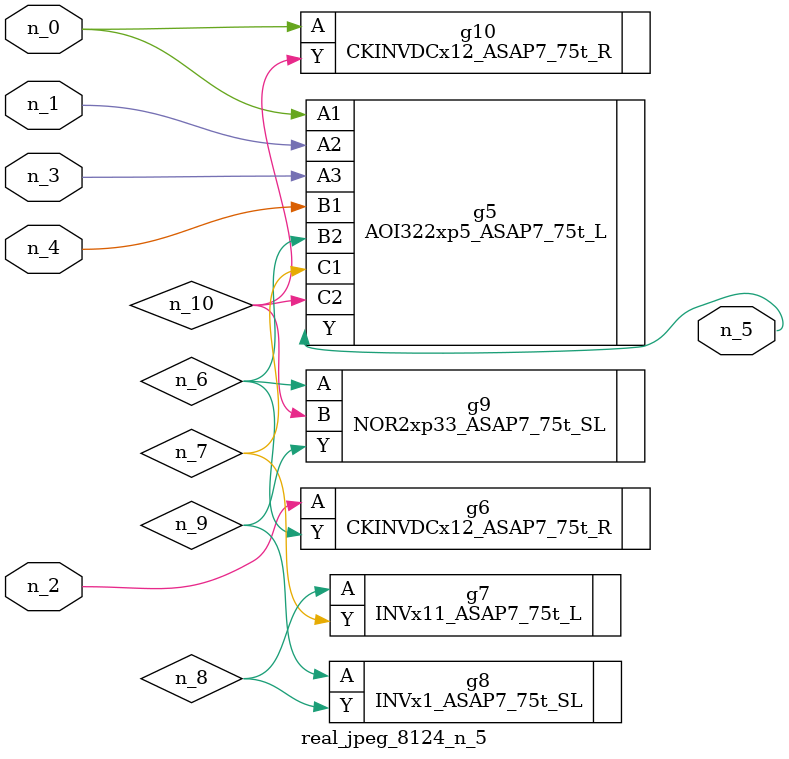
<source format=v>
module real_jpeg_8124_n_5 (n_4, n_0, n_1, n_2, n_3, n_5);

input n_4;
input n_0;
input n_1;
input n_2;
input n_3;

output n_5;

wire n_8;
wire n_6;
wire n_7;
wire n_10;
wire n_9;

AOI322xp5_ASAP7_75t_L g5 ( 
.A1(n_0),
.A2(n_1),
.A3(n_3),
.B1(n_4),
.B2(n_6),
.C1(n_7),
.C2(n_10),
.Y(n_5)
);

CKINVDCx12_ASAP7_75t_R g10 ( 
.A(n_0),
.Y(n_10)
);

CKINVDCx12_ASAP7_75t_R g6 ( 
.A(n_2),
.Y(n_6)
);

NOR2xp33_ASAP7_75t_SL g9 ( 
.A(n_6),
.B(n_10),
.Y(n_9)
);

INVx11_ASAP7_75t_L g7 ( 
.A(n_8),
.Y(n_7)
);

INVx1_ASAP7_75t_SL g8 ( 
.A(n_9),
.Y(n_8)
);


endmodule
</source>
